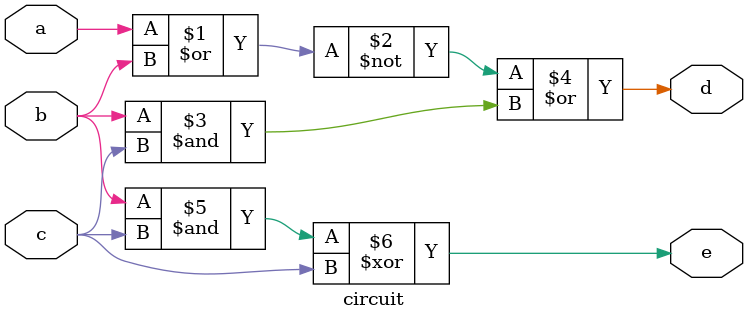
<source format=v>
module circuit(input a, b, c,
                 output d, e);

  assign d = ~(a | b) | (b & c);
  assign e = (b & c) ^ c;

endmodule

</source>
